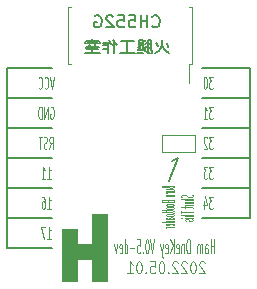
<source format=gbr>
%TF.GenerationSoftware,KiCad,Pcbnew,(6.0.4)*%
%TF.CreationDate,2022-05-01T14:08:42+08:00*%
%TF.ProjectId,OneKey,4f6e654b-6579-42e6-9b69-6361645f7063,rev?*%
%TF.SameCoordinates,Original*%
%TF.FileFunction,Legend,Bot*%
%TF.FilePolarity,Positive*%
%FSLAX46Y46*%
G04 Gerber Fmt 4.6, Leading zero omitted, Abs format (unit mm)*
G04 Created by KiCad (PCBNEW (6.0.4)) date 2022-05-01 14:08:42*
%MOMM*%
%LPD*%
G01*
G04 APERTURE LIST*
%ADD10C,0.150000*%
%ADD11C,0.125000*%
%ADD12C,0.075000*%
%ADD13C,0.120000*%
%ADD14C,0.100000*%
G04 APERTURE END LIST*
D10*
X157226000Y-91694000D02*
X159766000Y-91694000D01*
X139192000Y-96774000D02*
X143002000Y-96774000D01*
X153670000Y-99314000D02*
X153162000Y-99568000D01*
X139192000Y-106934000D02*
X143002000Y-106934000D01*
X139192000Y-91694000D02*
X143002000Y-91694000D01*
X157480000Y-104394000D02*
X157226000Y-104394000D01*
X159766000Y-99314000D02*
X155702000Y-99314000D01*
X143002000Y-94234000D02*
X139192000Y-94234000D01*
X139192000Y-99314000D02*
X143002000Y-99314000D01*
X139192000Y-101854000D02*
X143002000Y-101854000D01*
X153670000Y-99314000D02*
X152908000Y-101219000D01*
X159766000Y-96774000D02*
X155702000Y-96774000D01*
X159766000Y-104394000D02*
X157480000Y-104394000D01*
X139192000Y-94234000D02*
X139192000Y-91694000D01*
X159766000Y-94234000D02*
X155702000Y-94234000D01*
X139192000Y-104394000D02*
X143002000Y-104394000D01*
X159766000Y-91694000D02*
X159766000Y-104394000D01*
X159766000Y-101854000D02*
X155702000Y-101854000D01*
X157226000Y-104394000D02*
X155702000Y-104394000D01*
X155702000Y-91694000D02*
X157480000Y-91694000D01*
X139192000Y-94234000D02*
X139192000Y-106934000D01*
D11*
X156717476Y-107349857D02*
X156717476Y-106149857D01*
X156717476Y-106721285D02*
X156431761Y-106721285D01*
X156431761Y-107349857D02*
X156431761Y-106149857D01*
X155979380Y-107349857D02*
X155979380Y-106721285D01*
X156003190Y-106607000D01*
X156050809Y-106549857D01*
X156146047Y-106549857D01*
X156193666Y-106607000D01*
X155979380Y-107292714D02*
X156027000Y-107349857D01*
X156146047Y-107349857D01*
X156193666Y-107292714D01*
X156217476Y-107178428D01*
X156217476Y-107064142D01*
X156193666Y-106949857D01*
X156146047Y-106892714D01*
X156027000Y-106892714D01*
X155979380Y-106835571D01*
X155741285Y-107349857D02*
X155741285Y-106549857D01*
X155741285Y-106664142D02*
X155717476Y-106607000D01*
X155669857Y-106549857D01*
X155598428Y-106549857D01*
X155550809Y-106607000D01*
X155527000Y-106721285D01*
X155527000Y-107349857D01*
X155527000Y-106721285D02*
X155503190Y-106607000D01*
X155455571Y-106549857D01*
X155384142Y-106549857D01*
X155336523Y-106607000D01*
X155312714Y-106721285D01*
X155312714Y-107349857D01*
X154598428Y-106149857D02*
X154503190Y-106149857D01*
X154455571Y-106207000D01*
X154407952Y-106321285D01*
X154384142Y-106549857D01*
X154384142Y-106949857D01*
X154407952Y-107178428D01*
X154455571Y-107292714D01*
X154503190Y-107349857D01*
X154598428Y-107349857D01*
X154646047Y-107292714D01*
X154693666Y-107178428D01*
X154717476Y-106949857D01*
X154717476Y-106549857D01*
X154693666Y-106321285D01*
X154646047Y-106207000D01*
X154598428Y-106149857D01*
X154169857Y-106549857D02*
X154169857Y-107349857D01*
X154169857Y-106664142D02*
X154146047Y-106607000D01*
X154098428Y-106549857D01*
X154027000Y-106549857D01*
X153979380Y-106607000D01*
X153955571Y-106721285D01*
X153955571Y-107349857D01*
X153527000Y-107292714D02*
X153574619Y-107349857D01*
X153669857Y-107349857D01*
X153717476Y-107292714D01*
X153741285Y-107178428D01*
X153741285Y-106721285D01*
X153717476Y-106607000D01*
X153669857Y-106549857D01*
X153574619Y-106549857D01*
X153527000Y-106607000D01*
X153503190Y-106721285D01*
X153503190Y-106835571D01*
X153741285Y-106949857D01*
X153288904Y-107349857D02*
X153288904Y-106149857D01*
X153003190Y-107349857D02*
X153217476Y-106664142D01*
X153003190Y-106149857D02*
X153288904Y-106835571D01*
X152598428Y-107292714D02*
X152646047Y-107349857D01*
X152741285Y-107349857D01*
X152788904Y-107292714D01*
X152812714Y-107178428D01*
X152812714Y-106721285D01*
X152788904Y-106607000D01*
X152741285Y-106549857D01*
X152646047Y-106549857D01*
X152598428Y-106607000D01*
X152574619Y-106721285D01*
X152574619Y-106835571D01*
X152812714Y-106949857D01*
X152407952Y-106549857D02*
X152288904Y-107349857D01*
X152169857Y-106549857D02*
X152288904Y-107349857D01*
X152336523Y-107635571D01*
X152360333Y-107692714D01*
X152407952Y-107749857D01*
X151669857Y-106149857D02*
X151503190Y-107349857D01*
X151336523Y-106149857D01*
X151074619Y-106149857D02*
X151027000Y-106149857D01*
X150979380Y-106207000D01*
X150955571Y-106264142D01*
X150931761Y-106378428D01*
X150907952Y-106607000D01*
X150907952Y-106892714D01*
X150931761Y-107121285D01*
X150955571Y-107235571D01*
X150979380Y-107292714D01*
X151027000Y-107349857D01*
X151074619Y-107349857D01*
X151122238Y-107292714D01*
X151146047Y-107235571D01*
X151169857Y-107121285D01*
X151193666Y-106892714D01*
X151193666Y-106607000D01*
X151169857Y-106378428D01*
X151146047Y-106264142D01*
X151122238Y-106207000D01*
X151074619Y-106149857D01*
X150693666Y-107235571D02*
X150669857Y-107292714D01*
X150693666Y-107349857D01*
X150717476Y-107292714D01*
X150693666Y-107235571D01*
X150693666Y-107349857D01*
X150217476Y-106149857D02*
X150455571Y-106149857D01*
X150479380Y-106721285D01*
X150455571Y-106664142D01*
X150407952Y-106607000D01*
X150288904Y-106607000D01*
X150241285Y-106664142D01*
X150217476Y-106721285D01*
X150193666Y-106835571D01*
X150193666Y-107121285D01*
X150217476Y-107235571D01*
X150241285Y-107292714D01*
X150288904Y-107349857D01*
X150407952Y-107349857D01*
X150455571Y-107292714D01*
X150479380Y-107235571D01*
X149979380Y-106892714D02*
X149598428Y-106892714D01*
X149146047Y-107349857D02*
X149146047Y-106149857D01*
X149146047Y-107292714D02*
X149193666Y-107349857D01*
X149288904Y-107349857D01*
X149336523Y-107292714D01*
X149360333Y-107235571D01*
X149384142Y-107121285D01*
X149384142Y-106778428D01*
X149360333Y-106664142D01*
X149336523Y-106607000D01*
X149288904Y-106549857D01*
X149193666Y-106549857D01*
X149146047Y-106607000D01*
X148717476Y-107292714D02*
X148765095Y-107349857D01*
X148860333Y-107349857D01*
X148907952Y-107292714D01*
X148931761Y-107178428D01*
X148931761Y-106721285D01*
X148907952Y-106607000D01*
X148860333Y-106549857D01*
X148765095Y-106549857D01*
X148717476Y-106607000D01*
X148693666Y-106721285D01*
X148693666Y-106835571D01*
X148931761Y-106949857D01*
X148527000Y-106549857D02*
X148407952Y-107349857D01*
X148288904Y-106549857D01*
X156614761Y-97496380D02*
X156305238Y-97496380D01*
X156471904Y-97877333D01*
X156400476Y-97877333D01*
X156352857Y-97924952D01*
X156329047Y-97972571D01*
X156305238Y-98067809D01*
X156305238Y-98305904D01*
X156329047Y-98401142D01*
X156352857Y-98448761D01*
X156400476Y-98496380D01*
X156543333Y-98496380D01*
X156590952Y-98448761D01*
X156614761Y-98401142D01*
X156114761Y-97591619D02*
X156090952Y-97544000D01*
X156043333Y-97496380D01*
X155924285Y-97496380D01*
X155876666Y-97544000D01*
X155852857Y-97591619D01*
X155829047Y-97686857D01*
X155829047Y-97782095D01*
X155852857Y-97924952D01*
X156138571Y-98496380D01*
X155829047Y-98496380D01*
X142589238Y-103576380D02*
X142874952Y-103576380D01*
X142732095Y-103576380D02*
X142732095Y-102576380D01*
X142779714Y-102719238D01*
X142827333Y-102814476D01*
X142874952Y-102862095D01*
X142160666Y-102576380D02*
X142255904Y-102576380D01*
X142303523Y-102624000D01*
X142327333Y-102671619D01*
X142374952Y-102814476D01*
X142398761Y-103004952D01*
X142398761Y-103385904D01*
X142374952Y-103481142D01*
X142351142Y-103528761D01*
X142303523Y-103576380D01*
X142208285Y-103576380D01*
X142160666Y-103528761D01*
X142136857Y-103481142D01*
X142113047Y-103385904D01*
X142113047Y-103147809D01*
X142136857Y-103052571D01*
X142160666Y-103004952D01*
X142208285Y-102957333D01*
X142303523Y-102957333D01*
X142351142Y-103004952D01*
X142374952Y-103052571D01*
X142398761Y-103147809D01*
X142874952Y-95004000D02*
X142922571Y-94956380D01*
X142994000Y-94956380D01*
X143065428Y-95004000D01*
X143113047Y-95099238D01*
X143136857Y-95194476D01*
X143160666Y-95384952D01*
X143160666Y-95527809D01*
X143136857Y-95718285D01*
X143113047Y-95813523D01*
X143065428Y-95908761D01*
X142994000Y-95956380D01*
X142946380Y-95956380D01*
X142874952Y-95908761D01*
X142851142Y-95861142D01*
X142851142Y-95527809D01*
X142946380Y-95527809D01*
X142636857Y-95956380D02*
X142636857Y-94956380D01*
X142351142Y-95956380D01*
X142351142Y-94956380D01*
X142113047Y-95956380D02*
X142113047Y-94956380D01*
X141994000Y-94956380D01*
X141922571Y-95004000D01*
X141874952Y-95099238D01*
X141851142Y-95194476D01*
X141827333Y-95384952D01*
X141827333Y-95527809D01*
X141851142Y-95718285D01*
X141874952Y-95813523D01*
X141922571Y-95908761D01*
X141994000Y-95956380D01*
X142113047Y-95956380D01*
X156614761Y-94956380D02*
X156305238Y-94956380D01*
X156471904Y-95337333D01*
X156400476Y-95337333D01*
X156352857Y-95384952D01*
X156329047Y-95432571D01*
X156305238Y-95527809D01*
X156305238Y-95765904D01*
X156329047Y-95861142D01*
X156352857Y-95908761D01*
X156400476Y-95956380D01*
X156543333Y-95956380D01*
X156590952Y-95908761D01*
X156614761Y-95861142D01*
X155829047Y-95956380D02*
X156114761Y-95956380D01*
X155971904Y-95956380D02*
X155971904Y-94956380D01*
X156019523Y-95099238D01*
X156067142Y-95194476D01*
X156114761Y-95242095D01*
X156614761Y-100036380D02*
X156305238Y-100036380D01*
X156471904Y-100417333D01*
X156400476Y-100417333D01*
X156352857Y-100464952D01*
X156329047Y-100512571D01*
X156305238Y-100607809D01*
X156305238Y-100845904D01*
X156329047Y-100941142D01*
X156352857Y-100988761D01*
X156400476Y-101036380D01*
X156543333Y-101036380D01*
X156590952Y-100988761D01*
X156614761Y-100941142D01*
X156138571Y-100036380D02*
X155829047Y-100036380D01*
X155995714Y-100417333D01*
X155924285Y-100417333D01*
X155876666Y-100464952D01*
X155852857Y-100512571D01*
X155829047Y-100607809D01*
X155829047Y-100845904D01*
X155852857Y-100941142D01*
X155876666Y-100988761D01*
X155924285Y-101036380D01*
X156067142Y-101036380D01*
X156114761Y-100988761D01*
X156138571Y-100941142D01*
X156614761Y-92416380D02*
X156305238Y-92416380D01*
X156471904Y-92797333D01*
X156400476Y-92797333D01*
X156352857Y-92844952D01*
X156329047Y-92892571D01*
X156305238Y-92987809D01*
X156305238Y-93225904D01*
X156329047Y-93321142D01*
X156352857Y-93368761D01*
X156400476Y-93416380D01*
X156543333Y-93416380D01*
X156590952Y-93368761D01*
X156614761Y-93321142D01*
X155995714Y-92416380D02*
X155948095Y-92416380D01*
X155900476Y-92464000D01*
X155876666Y-92511619D01*
X155852857Y-92606857D01*
X155829047Y-92797333D01*
X155829047Y-93035428D01*
X155852857Y-93225904D01*
X155876666Y-93321142D01*
X155900476Y-93368761D01*
X155948095Y-93416380D01*
X155995714Y-93416380D01*
X156043333Y-93368761D01*
X156067142Y-93321142D01*
X156090952Y-93225904D01*
X156114761Y-93035428D01*
X156114761Y-92797333D01*
X156090952Y-92606857D01*
X156067142Y-92511619D01*
X156043333Y-92464000D01*
X155995714Y-92416380D01*
X156614761Y-102576380D02*
X156305238Y-102576380D01*
X156471904Y-102957333D01*
X156400476Y-102957333D01*
X156352857Y-103004952D01*
X156329047Y-103052571D01*
X156305238Y-103147809D01*
X156305238Y-103385904D01*
X156329047Y-103481142D01*
X156352857Y-103528761D01*
X156400476Y-103576380D01*
X156543333Y-103576380D01*
X156590952Y-103528761D01*
X156614761Y-103481142D01*
X155876666Y-102909714D02*
X155876666Y-103576380D01*
X155995714Y-102528761D02*
X156114761Y-103243047D01*
X155805238Y-103243047D01*
D10*
X152328190Y-89273142D02*
X152328190Y-89796952D01*
X152185333Y-90035047D01*
X152042476Y-90225523D01*
X151709142Y-90368380D01*
X151804380Y-89511238D02*
X151947238Y-89796952D01*
X152709142Y-89511238D02*
X152852000Y-89844571D01*
X152328190Y-89749333D02*
X152471047Y-90035047D01*
X152661523Y-90225523D01*
X152947238Y-90368380D01*
X150709142Y-89511238D02*
X150328190Y-89511238D01*
X151375809Y-89606476D02*
X151137714Y-89606476D01*
X150709142Y-89701714D02*
X150328190Y-89701714D01*
X151375809Y-89939809D02*
X151137714Y-89939809D01*
X150709142Y-90368380D02*
X150232952Y-90368380D01*
X151280571Y-90368380D02*
X151137714Y-90368380D01*
X151375809Y-89273142D02*
X151137714Y-89273142D01*
X151137714Y-90368380D01*
X150709142Y-89273142D02*
X150709142Y-90177904D01*
X150709142Y-89273142D02*
X150328190Y-89273142D01*
X150328190Y-89701714D01*
X151042476Y-89511238D02*
X150899619Y-89654095D01*
X150471047Y-89987428D02*
X150280571Y-90177904D01*
X150994857Y-89273142D02*
X150899619Y-89368380D01*
X151042476Y-89844571D02*
X150899619Y-89844571D01*
X150899619Y-90225523D01*
X151042476Y-90320761D01*
X150280571Y-89844571D02*
X150471047Y-89939809D01*
X150566285Y-89749333D02*
X150375809Y-90130285D01*
X150471047Y-90130285D02*
X150804380Y-90177904D01*
X151375809Y-89273142D02*
X151375809Y-89987428D01*
X151471047Y-90368380D01*
X149947238Y-89416000D02*
X148804380Y-89416000D01*
X149994857Y-90368380D02*
X148756761Y-90368380D01*
X149375809Y-89416000D02*
X149375809Y-90368380D01*
X147947238Y-89511238D02*
X147280571Y-89511238D01*
X147756761Y-89749333D02*
X147280571Y-89749333D01*
X147756761Y-90035047D02*
X147280571Y-90035047D01*
X148280571Y-89463619D02*
X148280571Y-90368380D01*
X147756761Y-89463619D02*
X147756761Y-90368380D01*
X148185333Y-89273142D02*
X148328190Y-89558857D01*
X148518666Y-89749333D01*
X147852000Y-89273142D02*
X147994857Y-89606476D01*
X148137714Y-89749333D01*
X146899619Y-89558857D02*
X145947238Y-89558857D01*
X146947238Y-89892190D02*
X145947238Y-89892190D01*
X146899619Y-90082666D02*
X145947238Y-90082666D01*
X147042476Y-90368380D02*
X145804380Y-90368380D01*
X146423428Y-89225523D02*
X146423428Y-89368380D01*
X146423428Y-89939809D02*
X146423428Y-90368380D01*
X146185333Y-89701714D02*
X146042476Y-89796952D01*
X145899619Y-89939809D01*
X146566285Y-89558857D02*
X146613904Y-89749333D01*
X146756761Y-89892190D01*
X146994857Y-89368380D02*
X147042476Y-89558857D01*
X146994857Y-89368380D02*
X145852000Y-89368380D01*
X145804380Y-89558857D01*
D11*
X143160666Y-92416380D02*
X142994000Y-93416380D01*
X142827333Y-92416380D01*
X142374952Y-93321142D02*
X142398761Y-93368761D01*
X142470190Y-93416380D01*
X142517809Y-93416380D01*
X142589238Y-93368761D01*
X142636857Y-93273523D01*
X142660666Y-93178285D01*
X142684476Y-92987809D01*
X142684476Y-92844952D01*
X142660666Y-92654476D01*
X142636857Y-92559238D01*
X142589238Y-92464000D01*
X142517809Y-92416380D01*
X142470190Y-92416380D01*
X142398761Y-92464000D01*
X142374952Y-92511619D01*
X141874952Y-93321142D02*
X141898761Y-93368761D01*
X141970190Y-93416380D01*
X142017809Y-93416380D01*
X142089238Y-93368761D01*
X142136857Y-93273523D01*
X142160666Y-93178285D01*
X142184476Y-92987809D01*
X142184476Y-92844952D01*
X142160666Y-92654476D01*
X142136857Y-92559238D01*
X142089238Y-92464000D01*
X142017809Y-92416380D01*
X141970190Y-92416380D01*
X141898761Y-92464000D01*
X141874952Y-92511619D01*
X155930190Y-108132619D02*
X155892095Y-108085000D01*
X155815904Y-108037380D01*
X155625428Y-108037380D01*
X155549238Y-108085000D01*
X155511142Y-108132619D01*
X155473047Y-108227857D01*
X155473047Y-108323095D01*
X155511142Y-108465952D01*
X155968285Y-109037380D01*
X155473047Y-109037380D01*
X154977809Y-108037380D02*
X154901619Y-108037380D01*
X154825428Y-108085000D01*
X154787333Y-108132619D01*
X154749238Y-108227857D01*
X154711142Y-108418333D01*
X154711142Y-108656428D01*
X154749238Y-108846904D01*
X154787333Y-108942142D01*
X154825428Y-108989761D01*
X154901619Y-109037380D01*
X154977809Y-109037380D01*
X155054000Y-108989761D01*
X155092095Y-108942142D01*
X155130190Y-108846904D01*
X155168285Y-108656428D01*
X155168285Y-108418333D01*
X155130190Y-108227857D01*
X155092095Y-108132619D01*
X155054000Y-108085000D01*
X154977809Y-108037380D01*
X154406380Y-108132619D02*
X154368285Y-108085000D01*
X154292095Y-108037380D01*
X154101619Y-108037380D01*
X154025428Y-108085000D01*
X153987333Y-108132619D01*
X153949238Y-108227857D01*
X153949238Y-108323095D01*
X153987333Y-108465952D01*
X154444476Y-109037380D01*
X153949238Y-109037380D01*
X153644476Y-108132619D02*
X153606380Y-108085000D01*
X153530190Y-108037380D01*
X153339714Y-108037380D01*
X153263523Y-108085000D01*
X153225428Y-108132619D01*
X153187333Y-108227857D01*
X153187333Y-108323095D01*
X153225428Y-108465952D01*
X153682571Y-109037380D01*
X153187333Y-109037380D01*
X152844476Y-108942142D02*
X152806380Y-108989761D01*
X152844476Y-109037380D01*
X152882571Y-108989761D01*
X152844476Y-108942142D01*
X152844476Y-109037380D01*
X152311142Y-108037380D02*
X152234952Y-108037380D01*
X152158761Y-108085000D01*
X152120666Y-108132619D01*
X152082571Y-108227857D01*
X152044476Y-108418333D01*
X152044476Y-108656428D01*
X152082571Y-108846904D01*
X152120666Y-108942142D01*
X152158761Y-108989761D01*
X152234952Y-109037380D01*
X152311142Y-109037380D01*
X152387333Y-108989761D01*
X152425428Y-108942142D01*
X152463523Y-108846904D01*
X152501619Y-108656428D01*
X152501619Y-108418333D01*
X152463523Y-108227857D01*
X152425428Y-108132619D01*
X152387333Y-108085000D01*
X152311142Y-108037380D01*
X151320666Y-108037380D02*
X151701619Y-108037380D01*
X151739714Y-108513571D01*
X151701619Y-108465952D01*
X151625428Y-108418333D01*
X151434952Y-108418333D01*
X151358761Y-108465952D01*
X151320666Y-108513571D01*
X151282571Y-108608809D01*
X151282571Y-108846904D01*
X151320666Y-108942142D01*
X151358761Y-108989761D01*
X151434952Y-109037380D01*
X151625428Y-109037380D01*
X151701619Y-108989761D01*
X151739714Y-108942142D01*
X150939714Y-108942142D02*
X150901619Y-108989761D01*
X150939714Y-109037380D01*
X150977809Y-108989761D01*
X150939714Y-108942142D01*
X150939714Y-109037380D01*
X150406380Y-108037380D02*
X150330190Y-108037380D01*
X150254000Y-108085000D01*
X150215904Y-108132619D01*
X150177809Y-108227857D01*
X150139714Y-108418333D01*
X150139714Y-108656428D01*
X150177809Y-108846904D01*
X150215904Y-108942142D01*
X150254000Y-108989761D01*
X150330190Y-109037380D01*
X150406380Y-109037380D01*
X150482571Y-108989761D01*
X150520666Y-108942142D01*
X150558761Y-108846904D01*
X150596857Y-108656428D01*
X150596857Y-108418333D01*
X150558761Y-108227857D01*
X150520666Y-108132619D01*
X150482571Y-108085000D01*
X150406380Y-108037380D01*
X149377809Y-109037380D02*
X149834952Y-109037380D01*
X149606380Y-109037380D02*
X149606380Y-108037380D01*
X149682571Y-108180238D01*
X149758761Y-108275476D01*
X149834952Y-108323095D01*
X142767809Y-98496380D02*
X142934476Y-98020190D01*
X143053523Y-98496380D02*
X143053523Y-97496380D01*
X142863047Y-97496380D01*
X142815428Y-97544000D01*
X142791619Y-97591619D01*
X142767809Y-97686857D01*
X142767809Y-97829714D01*
X142791619Y-97924952D01*
X142815428Y-97972571D01*
X142863047Y-98020190D01*
X143053523Y-98020190D01*
X142577333Y-98448761D02*
X142505904Y-98496380D01*
X142386857Y-98496380D01*
X142339238Y-98448761D01*
X142315428Y-98401142D01*
X142291619Y-98305904D01*
X142291619Y-98210666D01*
X142315428Y-98115428D01*
X142339238Y-98067809D01*
X142386857Y-98020190D01*
X142482095Y-97972571D01*
X142529714Y-97924952D01*
X142553523Y-97877333D01*
X142577333Y-97782095D01*
X142577333Y-97686857D01*
X142553523Y-97591619D01*
X142529714Y-97544000D01*
X142482095Y-97496380D01*
X142363047Y-97496380D01*
X142291619Y-97544000D01*
X142148761Y-97496380D02*
X141863047Y-97496380D01*
X142005904Y-98496380D02*
X142005904Y-97496380D01*
D12*
X152793571Y-101719285D02*
X152841190Y-101762142D01*
X152888809Y-101776428D01*
X152984047Y-101790714D01*
X153126904Y-101790714D01*
X153222142Y-101776428D01*
X153269761Y-101762142D01*
X153317380Y-101733571D01*
X153317380Y-101619285D01*
X152317380Y-101619285D01*
X152317380Y-101719285D01*
X152365000Y-101747857D01*
X152412619Y-101762142D01*
X152507857Y-101776428D01*
X152603095Y-101776428D01*
X152698333Y-101762142D01*
X152745952Y-101747857D01*
X152793571Y-101719285D01*
X152793571Y-101619285D01*
X152650714Y-102047857D02*
X153317380Y-102047857D01*
X152650714Y-101919285D02*
X153174523Y-101919285D01*
X153269761Y-101933571D01*
X153317380Y-101962142D01*
X153317380Y-102005000D01*
X153269761Y-102033571D01*
X153222142Y-102047857D01*
X153317380Y-102190714D02*
X152650714Y-102190714D01*
X152841190Y-102190714D02*
X152745952Y-102205000D01*
X152698333Y-102219285D01*
X152650714Y-102247857D01*
X152650714Y-102276428D01*
X152650714Y-102376428D02*
X153317380Y-102376428D01*
X152745952Y-102376428D02*
X152698333Y-102390714D01*
X152650714Y-102419285D01*
X152650714Y-102462142D01*
X152698333Y-102490714D01*
X152793571Y-102505000D01*
X153317380Y-102505000D01*
X152793571Y-102976428D02*
X152841190Y-103019285D01*
X152888809Y-103033571D01*
X152984047Y-103047857D01*
X153126904Y-103047857D01*
X153222142Y-103033571D01*
X153269761Y-103019285D01*
X153317380Y-102990714D01*
X153317380Y-102876428D01*
X152317380Y-102876428D01*
X152317380Y-102976428D01*
X152365000Y-103005000D01*
X152412619Y-103019285D01*
X152507857Y-103033571D01*
X152603095Y-103033571D01*
X152698333Y-103019285D01*
X152745952Y-103005000D01*
X152793571Y-102976428D01*
X152793571Y-102876428D01*
X153317380Y-103219285D02*
X153269761Y-103190714D01*
X153222142Y-103176428D01*
X153126904Y-103162142D01*
X152841190Y-103162142D01*
X152745952Y-103176428D01*
X152698333Y-103190714D01*
X152650714Y-103219285D01*
X152650714Y-103262142D01*
X152698333Y-103290714D01*
X152745952Y-103305000D01*
X152841190Y-103319285D01*
X153126904Y-103319285D01*
X153222142Y-103305000D01*
X153269761Y-103290714D01*
X153317380Y-103262142D01*
X153317380Y-103219285D01*
X153317380Y-103490714D02*
X153269761Y-103462142D01*
X153222142Y-103447857D01*
X153126904Y-103433571D01*
X152841190Y-103433571D01*
X152745952Y-103447857D01*
X152698333Y-103462142D01*
X152650714Y-103490714D01*
X152650714Y-103533571D01*
X152698333Y-103562142D01*
X152745952Y-103576428D01*
X152841190Y-103590714D01*
X153126904Y-103590714D01*
X153222142Y-103576428D01*
X153269761Y-103562142D01*
X153317380Y-103533571D01*
X153317380Y-103490714D01*
X152650714Y-103676428D02*
X152650714Y-103790714D01*
X152317380Y-103719285D02*
X153174523Y-103719285D01*
X153269761Y-103733571D01*
X153317380Y-103762142D01*
X153317380Y-103790714D01*
X153317380Y-103933571D02*
X153269761Y-103905000D01*
X153174523Y-103890714D01*
X152317380Y-103890714D01*
X153317380Y-104090714D02*
X153269761Y-104062142D01*
X153222142Y-104047857D01*
X153126904Y-104033571D01*
X152841190Y-104033571D01*
X152745952Y-104047857D01*
X152698333Y-104062142D01*
X152650714Y-104090714D01*
X152650714Y-104133571D01*
X152698333Y-104162142D01*
X152745952Y-104176428D01*
X152841190Y-104190714D01*
X153126904Y-104190714D01*
X153222142Y-104176428D01*
X153269761Y-104162142D01*
X153317380Y-104133571D01*
X153317380Y-104090714D01*
X153317380Y-104447857D02*
X152793571Y-104447857D01*
X152698333Y-104433571D01*
X152650714Y-104405000D01*
X152650714Y-104347857D01*
X152698333Y-104319285D01*
X153269761Y-104447857D02*
X153317380Y-104419285D01*
X153317380Y-104347857D01*
X153269761Y-104319285D01*
X153174523Y-104305000D01*
X153079285Y-104305000D01*
X152984047Y-104319285D01*
X152936428Y-104347857D01*
X152936428Y-104419285D01*
X152888809Y-104447857D01*
X153317380Y-104719285D02*
X152317380Y-104719285D01*
X153269761Y-104719285D02*
X153317380Y-104690714D01*
X153317380Y-104633571D01*
X153269761Y-104605000D01*
X153222142Y-104590714D01*
X153126904Y-104576428D01*
X152841190Y-104576428D01*
X152745952Y-104590714D01*
X152698333Y-104605000D01*
X152650714Y-104633571D01*
X152650714Y-104690714D01*
X152698333Y-104719285D01*
X153269761Y-104976428D02*
X153317380Y-104947857D01*
X153317380Y-104890714D01*
X153269761Y-104862142D01*
X153174523Y-104847857D01*
X152793571Y-104847857D01*
X152698333Y-104862142D01*
X152650714Y-104890714D01*
X152650714Y-104947857D01*
X152698333Y-104976428D01*
X152793571Y-104990714D01*
X152888809Y-104990714D01*
X152984047Y-104847857D01*
X153317380Y-105119285D02*
X152650714Y-105119285D01*
X152841190Y-105119285D02*
X152745952Y-105133571D01*
X152698333Y-105147857D01*
X152650714Y-105176428D01*
X152650714Y-105205000D01*
X154879761Y-102412142D02*
X154927380Y-102455000D01*
X154927380Y-102526428D01*
X154879761Y-102555000D01*
X154832142Y-102569285D01*
X154736904Y-102583571D01*
X154641666Y-102583571D01*
X154546428Y-102569285D01*
X154498809Y-102555000D01*
X154451190Y-102526428D01*
X154403571Y-102469285D01*
X154355952Y-102440714D01*
X154308333Y-102426428D01*
X154213095Y-102412142D01*
X154117857Y-102412142D01*
X154022619Y-102426428D01*
X153975000Y-102440714D01*
X153927380Y-102469285D01*
X153927380Y-102540714D01*
X153975000Y-102583571D01*
X154927380Y-102712142D02*
X153927380Y-102712142D01*
X154927380Y-102840714D02*
X154403571Y-102840714D01*
X154308333Y-102826428D01*
X154260714Y-102797857D01*
X154260714Y-102755000D01*
X154308333Y-102726428D01*
X154355952Y-102712142D01*
X154927380Y-103026428D02*
X154879761Y-102997857D01*
X154832142Y-102983571D01*
X154736904Y-102969285D01*
X154451190Y-102969285D01*
X154355952Y-102983571D01*
X154308333Y-102997857D01*
X154260714Y-103026428D01*
X154260714Y-103069285D01*
X154308333Y-103097857D01*
X154355952Y-103112142D01*
X154451190Y-103126428D01*
X154736904Y-103126428D01*
X154832142Y-103112142D01*
X154879761Y-103097857D01*
X154927380Y-103069285D01*
X154927380Y-103026428D01*
X154927380Y-103255000D02*
X154260714Y-103255000D01*
X154451190Y-103255000D02*
X154355952Y-103269285D01*
X154308333Y-103283571D01*
X154260714Y-103312142D01*
X154260714Y-103340714D01*
X154260714Y-103397857D02*
X154260714Y-103512142D01*
X153927380Y-103440714D02*
X154784523Y-103440714D01*
X154879761Y-103455000D01*
X154927380Y-103483571D01*
X154927380Y-103512142D01*
X153927380Y-103797857D02*
X153927380Y-103969285D01*
X154927380Y-103883571D02*
X153927380Y-103883571D01*
X154927380Y-104069285D02*
X153927380Y-104069285D01*
X154927380Y-104197857D02*
X154403571Y-104197857D01*
X154308333Y-104183571D01*
X154260714Y-104155000D01*
X154260714Y-104112142D01*
X154308333Y-104083571D01*
X154355952Y-104069285D01*
X154927380Y-104340714D02*
X154260714Y-104340714D01*
X153927380Y-104340714D02*
X153975000Y-104326428D01*
X154022619Y-104340714D01*
X153975000Y-104355000D01*
X153927380Y-104340714D01*
X154022619Y-104340714D01*
X154879761Y-104469285D02*
X154927380Y-104497857D01*
X154927380Y-104555000D01*
X154879761Y-104583571D01*
X154784523Y-104597857D01*
X154736904Y-104597857D01*
X154641666Y-104583571D01*
X154594047Y-104555000D01*
X154594047Y-104512142D01*
X154546428Y-104483571D01*
X154451190Y-104469285D01*
X154403571Y-104469285D01*
X154308333Y-104483571D01*
X154260714Y-104512142D01*
X154260714Y-104555000D01*
X154308333Y-104583571D01*
D11*
X142589238Y-106116380D02*
X142874952Y-106116380D01*
X142732095Y-106116380D02*
X142732095Y-105116380D01*
X142779714Y-105259238D01*
X142827333Y-105354476D01*
X142874952Y-105402095D01*
X142422571Y-105116380D02*
X142089238Y-105116380D01*
X142303523Y-106116380D01*
X142589238Y-101036380D02*
X142874952Y-101036380D01*
X142732095Y-101036380D02*
X142732095Y-100036380D01*
X142779714Y-100179238D01*
X142827333Y-100274476D01*
X142874952Y-100322095D01*
X142113047Y-101036380D02*
X142398761Y-101036380D01*
X142255904Y-101036380D02*
X142255904Y-100036380D01*
X142303523Y-100179238D01*
X142351142Y-100274476D01*
X142398761Y-100322095D01*
D10*
%TO.C,CH552G*%
X151494857Y-88114142D02*
X151542476Y-88161761D01*
X151685333Y-88209380D01*
X151780571Y-88209380D01*
X151923428Y-88161761D01*
X152018666Y-88066523D01*
X152066285Y-87971285D01*
X152113904Y-87780809D01*
X152113904Y-87637952D01*
X152066285Y-87447476D01*
X152018666Y-87352238D01*
X151923428Y-87257000D01*
X151780571Y-87209380D01*
X151685333Y-87209380D01*
X151542476Y-87257000D01*
X151494857Y-87304619D01*
X151066285Y-88209380D02*
X151066285Y-87209380D01*
X151066285Y-87685571D02*
X150494857Y-87685571D01*
X150494857Y-88209380D02*
X150494857Y-87209380D01*
X149542476Y-87209380D02*
X150018666Y-87209380D01*
X150066285Y-87685571D01*
X150018666Y-87637952D01*
X149923428Y-87590333D01*
X149685333Y-87590333D01*
X149590095Y-87637952D01*
X149542476Y-87685571D01*
X149494857Y-87780809D01*
X149494857Y-88018904D01*
X149542476Y-88114142D01*
X149590095Y-88161761D01*
X149685333Y-88209380D01*
X149923428Y-88209380D01*
X150018666Y-88161761D01*
X150066285Y-88114142D01*
X148590095Y-87209380D02*
X149066285Y-87209380D01*
X149113904Y-87685571D01*
X149066285Y-87637952D01*
X148971047Y-87590333D01*
X148732952Y-87590333D01*
X148637714Y-87637952D01*
X148590095Y-87685571D01*
X148542476Y-87780809D01*
X148542476Y-88018904D01*
X148590095Y-88114142D01*
X148637714Y-88161761D01*
X148732952Y-88209380D01*
X148971047Y-88209380D01*
X149066285Y-88161761D01*
X149113904Y-88114142D01*
X148161523Y-87304619D02*
X148113904Y-87257000D01*
X148018666Y-87209380D01*
X147780571Y-87209380D01*
X147685333Y-87257000D01*
X147637714Y-87304619D01*
X147590095Y-87399857D01*
X147590095Y-87495095D01*
X147637714Y-87637952D01*
X148209142Y-88209380D01*
X147590095Y-88209380D01*
X146637714Y-87257000D02*
X146732952Y-87209380D01*
X146875809Y-87209380D01*
X147018666Y-87257000D01*
X147113904Y-87352238D01*
X147161523Y-87447476D01*
X147209142Y-87637952D01*
X147209142Y-87780809D01*
X147161523Y-87971285D01*
X147113904Y-88066523D01*
X147018666Y-88161761D01*
X146875809Y-88209380D01*
X146780571Y-88209380D01*
X146637714Y-88161761D01*
X146590095Y-88114142D01*
X146590095Y-87780809D01*
X146780571Y-87780809D01*
D13*
%TO.C,D+*%
X153732000Y-98744000D02*
X155132000Y-98744000D01*
X155132000Y-97344000D02*
X153732000Y-97344000D01*
X155132000Y-98744000D02*
X155132000Y-97344000D01*
%TO.C,VCC*%
X152335000Y-98744000D02*
X153735000Y-98744000D01*
X153735000Y-97344000D02*
X152335000Y-97344000D01*
X152335000Y-97344000D02*
X152335000Y-98744000D01*
%TO.C,REF\u002A\u002A*%
X143859000Y-109728000D02*
X145129000Y-109728000D01*
X143859000Y-106553000D02*
X143859000Y-109728000D01*
X146399000Y-104013000D02*
X146399000Y-106553000D01*
X146399000Y-107823000D02*
X145129000Y-107823000D01*
X147669000Y-109728000D02*
X147669000Y-104013000D01*
X145129000Y-106553000D02*
X145129000Y-105283000D01*
X143859000Y-105283000D02*
X143859000Y-106553000D01*
X146399000Y-108458000D02*
X146399000Y-109728000D01*
X146399000Y-106553000D02*
X145129000Y-106553000D01*
X146399000Y-109728000D02*
X147669000Y-109728000D01*
X146399000Y-107823000D02*
X146399000Y-108458000D01*
X145129000Y-105283000D02*
X143859000Y-105283000D01*
X145129000Y-109728000D02*
X145129000Y-108458000D01*
X145129000Y-107823000D02*
X145129000Y-108458000D01*
X147669000Y-104013000D02*
X146399000Y-104013000D01*
G36*
X146399000Y-107823000D02*
G01*
X145129000Y-107823000D01*
X145129000Y-106553000D01*
X146399000Y-106553000D01*
X146399000Y-107823000D01*
G37*
D14*
X146399000Y-107823000D02*
X145129000Y-107823000D01*
X145129000Y-106553000D01*
X146399000Y-106553000D01*
X146399000Y-107823000D01*
G36*
X147669000Y-109728000D02*
G01*
X146399000Y-109728000D01*
X146399000Y-104013000D01*
X147669000Y-104013000D01*
X147669000Y-109728000D01*
G37*
X147669000Y-109728000D02*
X146399000Y-109728000D01*
X146399000Y-104013000D01*
X147669000Y-104013000D01*
X147669000Y-109728000D01*
G36*
X145129000Y-109728000D02*
G01*
X143859000Y-109728000D01*
X143859000Y-105283000D01*
X145129000Y-105283000D01*
X145129000Y-109728000D01*
G37*
X145129000Y-109728000D02*
X143859000Y-109728000D01*
X143859000Y-105283000D01*
X145129000Y-105283000D01*
X145129000Y-109728000D01*
D13*
%TO.C,CH552G*%
X154866000Y-91285000D02*
X154586000Y-91285000D01*
X154866000Y-88900000D02*
X154866000Y-91285000D01*
X154866000Y-88900000D02*
X154866000Y-86515000D01*
X144346000Y-88900000D02*
X144346000Y-86515000D01*
X154866000Y-86515000D02*
X154586000Y-86515000D01*
X144346000Y-86515000D02*
X144626000Y-86515000D01*
X144346000Y-88900000D02*
X144346000Y-91285000D01*
X144346000Y-91285000D02*
X144626000Y-91285000D01*
X154586000Y-91285000D02*
X154586000Y-92950000D01*
%TD*%
M02*

</source>
